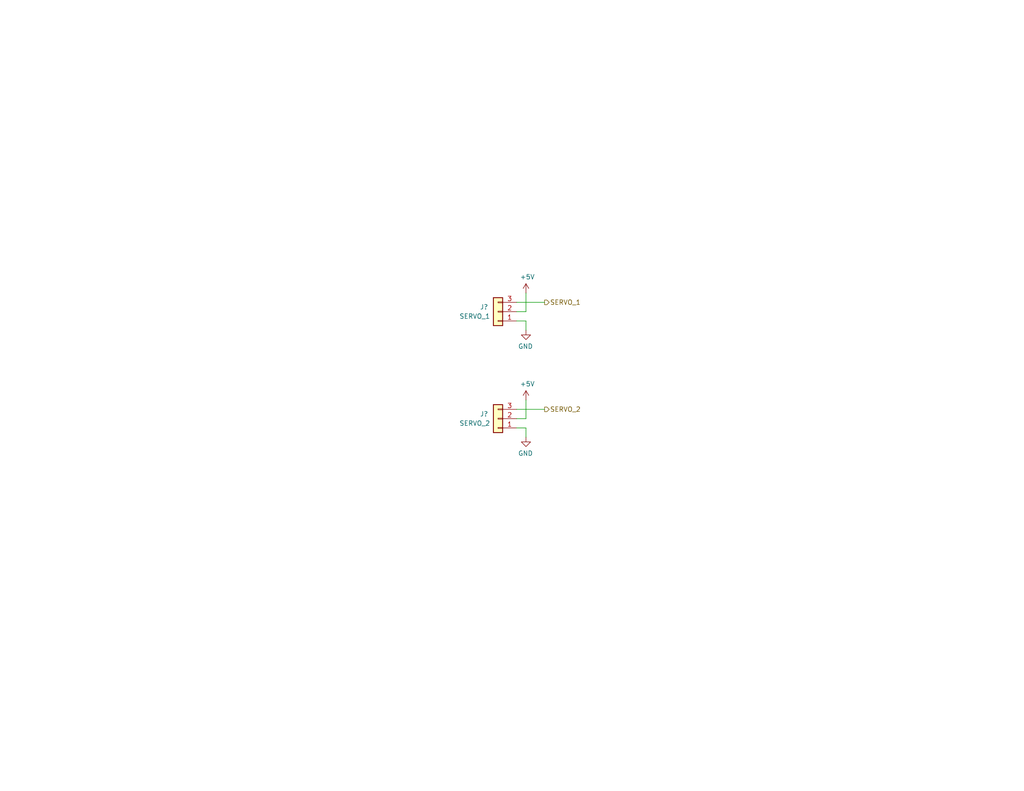
<source format=kicad_sch>
(kicad_sch (version 20211123) (generator eeschema)
  (paper "USLetter")
  (title_block (date "2021-01-22") (rev "3.0") (company "Cristóbal Cuevas Lagos") (comment 1 "Cristóbal Cuevas Lagos"))
  (lib_symbols
    (symbol "Connector_Generic:Conn_01x03" (pin_names (offset 1.016) hide)
      (property "Reference" "J" (at 0 5.08 0))
      (property "Value" "Conn_01x03" (at 0 -5.08 0))
      (symbol "Conn_01x03_1_1"
        (rectangle (start -1.27 -2.413) (end 0 -2.667) (stroke (width 0.1524)))
        (rectangle (start -1.27 0.127) (end 0 -0.127) (stroke (width 0.1524)))
        (rectangle (start -1.27 2.667) (end 0 2.413) (stroke (width 0.1524)))
        (rectangle (start -1.27 3.81) (end 1.27 -3.81) (stroke (width 0.254)) (fill (type background)))
        (pin passive line (at -5.08 2.54 0) (length 3.81) (name "Pin_1") (number "1"))
        (pin passive line (at -5.08 0 0) (length 3.81) (name "Pin_2") (number "2"))
        (pin passive line (at -5.08 -2.54 0) (length 3.81) (name "Pin_3") (number "3"))
      )
    )
    (symbol "power:+5V" (power) (pin_names (offset 0))
      (property "Value" "+5V" (at 0 3.556 0))
      (symbol "+5V_0_1"
        (polyline (pts (xy -0.762 1.27) (xy 0 2.54)))
        (polyline (pts (xy 0 0) (xy 0 2.54)))
        (polyline (pts (xy 0 2.54) (xy 0.762 1.27)))
      )
      (symbol "+5V_1_1"
        (pin power_in line (at 0 0 90) (length 0) hide (name "+5V") (number "1"))
      )
    )
    (symbol "power:GND" (power) (pin_names (offset 0))
      (property "Value" "GND" (at 0 -3.81 0))
      (symbol "GND_0_1"
        (polyline (pts (xy 0 0) (xy 0 -1.27) (xy 1.27 -1.27) (xy 0 -2.54) (xy -1.27 -1.27) (xy 0 -1.27)))
      )
      (symbol "GND_1_1"
        (pin power_in line (at 0 0 270) (length 0) hide (name "GND") (number "1"))
      )
    )
  )
  (wire (pts (xy 143.51 85.09) (xy 143.51 80.01)))
  (wire (pts (xy 140.97 111.76) (xy 148.59 111.76)))
  (wire (pts (xy 143.51 116.84) (xy 143.51 119.38)))
  (wire (pts (xy 140.97 85.09) (xy 143.51 85.09)))
  (wire (pts (xy 140.97 114.3) (xy 143.51 114.3)))
  (wire (pts (xy 143.51 114.3) (xy 143.51 109.22)))
  (wire (pts (xy 143.51 87.63) (xy 143.51 90.17)))
  (wire (pts (xy 140.97 116.84) (xy 143.51 116.84)))
  (wire (pts (xy 140.97 82.55) (xy 148.59 82.55)))
  (wire (pts (xy 140.97 87.63) (xy 143.51 87.63)))
  (hierarchical_label "SERVO_2" (shape output) (at 148.59 111.76 0))
  (hierarchical_label "SERVO_1" (shape output) (at 148.59 82.55 0))
  (symbol (lib_id "power:GND") (at 143.51 119.38 0) (mirror y) (unit 1)
    (property "Reference" "#PWR?" (effects hide))
    (property "Value" "GND" (at 143.383 123.7742 0))
  )
  (symbol (lib_id "power:GND") (at 143.51 90.17 0) (mirror y) (unit 1)
    (property "Reference" "#PWR?" (effects hide))
    (property "Value" "GND" (at 143.383 94.5642 0))
  )
  (symbol (lib_id "power:+5V") (at 143.51 80.01 0) (unit 1)
    (property "Reference" "#PWR?" (effects hide))
    (property "Value" "+5V" (at 143.891 75.6158 0))
  )
  (symbol (lib_id "power:+5V") (at 143.51 109.22 0) (unit 1)
    (property "Reference" "#PWR?" (effects hide))
    (property "Value" "+5V" (at 143.891 104.8258 0))
  )
  (symbol (lib_id "Connector_Generic:Conn_01x03") (at 135.89 85.09 180) (unit 1)
    (property "Reference" "J?" (at 132.08 83.82 0))
    (property "Value" "SERVO_1" (at 129.54 86.36 0))
    (property "Footprint" "Connector_PinHeader_2.54mm:PinHeader_1x03_P2.54mm_Horizontal" (effects hide))
    (property "PartNumber" "2011-1X03G00SD025B" (effects hide))
  )
  (symbol (lib_id "Connector_Generic:Conn_01x03") (at 135.89 114.3 180) (unit 1)
    (property "Reference" "J?" (at 132.08 113.03 0))
    (property "Value" "SERVO_2" (at 129.54 115.57 0))
    (property "Footprint" "Connector_PinHeader_2.54mm:PinHeader_1x03_P2.54mm_Horizontal" (effects hide))
    (property "PartNumber" "2011-1X03G00SD025B" (effects hide))
  )
)
</source>
